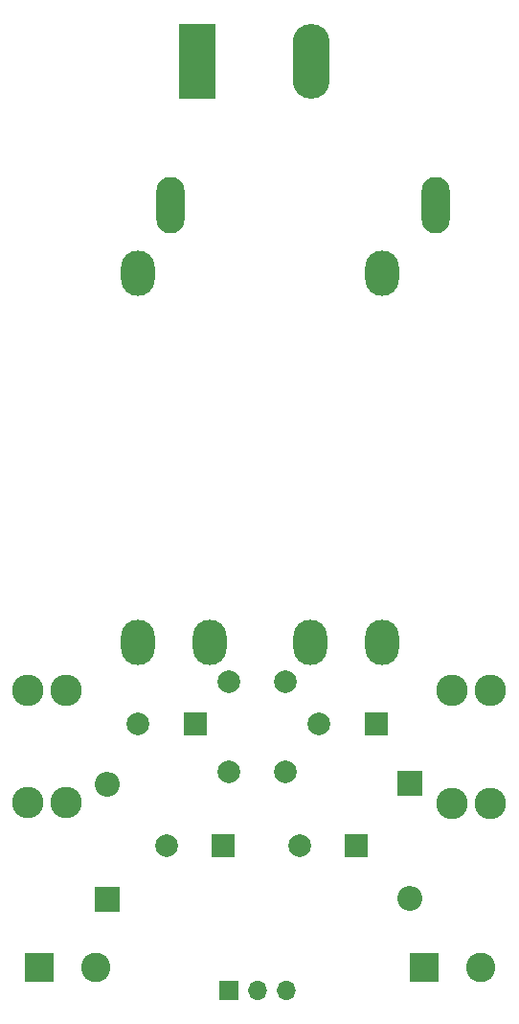
<source format=gbr>
G04 #@! TF.GenerationSoftware,KiCad,Pcbnew,(5.1.5)-3*
G04 #@! TF.CreationDate,2020-02-27T01:05:18-05:00*
G04 #@! TF.ProjectId,power_supply,706f7765-725f-4737-9570-706c792e6b69,rev?*
G04 #@! TF.SameCoordinates,Original*
G04 #@! TF.FileFunction,Copper,L1,Top*
G04 #@! TF.FilePolarity,Positive*
%FSLAX46Y46*%
G04 Gerber Fmt 4.6, Leading zero omitted, Abs format (unit mm)*
G04 Created by KiCad (PCBNEW (5.1.5)-3) date 2020-02-27 01:05:18*
%MOMM*%
%LPD*%
G04 APERTURE LIST*
%ADD10O,3.000000X4.000000*%
%ADD11R,2.200000X2.200000*%
%ADD12O,2.200000X2.200000*%
%ADD13R,3.300000X6.600000*%
%ADD14O,3.300000X6.600000*%
%ADD15R,2.600000X2.600000*%
%ADD16C,2.600000*%
%ADD17R,2.000000X2.000000*%
%ADD18C,2.000000*%
%ADD19C,2.780000*%
%ADD20R,1.700000X1.700000*%
%ADD21O,1.700000X1.700000*%
%ADD22O,2.500000X5.000000*%
G04 APERTURE END LIST*
D10*
X18050000Y39700000D03*
X26950000Y39700000D03*
X33300000Y39700000D03*
X11700000Y39700000D03*
X11700000Y72300000D03*
X33300000Y72300000D03*
D11*
X35750000Y27250000D03*
D12*
X35750000Y17090000D03*
X9000000Y27160000D03*
D11*
X9000000Y17000000D03*
D13*
X17000000Y91000000D03*
D14*
X27000000Y91000000D03*
D15*
X37000000Y11000000D03*
D16*
X42000000Y11000000D03*
X8000000Y11000000D03*
D15*
X3000000Y11000000D03*
D17*
X31000000Y21750000D03*
D18*
X26000000Y21750000D03*
X11750000Y32500000D03*
D17*
X16750000Y32500000D03*
D18*
X24750000Y28250000D03*
X19750000Y28250000D03*
X19750000Y36250000D03*
X24750000Y36250000D03*
D19*
X39500000Y25500000D03*
X42900000Y25500000D03*
X39500000Y35420000D03*
X42900000Y35420000D03*
X5400000Y35500000D03*
X2000000Y35500000D03*
X5400000Y25580000D03*
X2000000Y25580000D03*
D20*
X19750000Y9000000D03*
D21*
X22290000Y9000000D03*
X24830000Y9000000D03*
D17*
X32750000Y32500000D03*
D18*
X27750000Y32500000D03*
X14250000Y21750000D03*
D17*
X19250000Y21750000D03*
D22*
X38000000Y78300000D03*
X14600000Y78300000D03*
M02*

</source>
